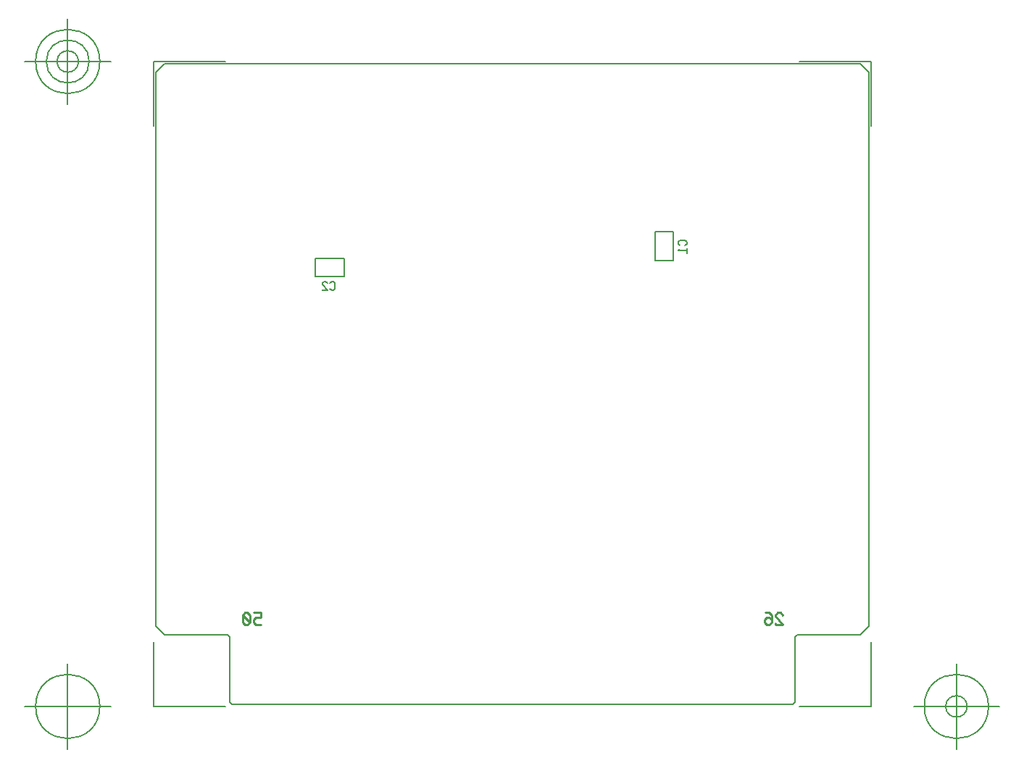
<source format=gbr>
G04 Generated by Ultiboard 14.0 *
%FSLAX34Y34*%
%MOMM*%

%ADD10C,0.0001*%
%ADD11C,0.1556*%
%ADD12C,0.2032*%
%ADD13C,0.2222*%
%ADD14C,0.1270*%


G04 ColorRGB FF14FF for the following layer *
%LNSilkscreen Bottom*%
%LPD*%
G54D10*
G54D11*
X811640Y595011D02*
X813640Y597002D01*
X813640Y598993D01*
X811640Y600984D01*
X805640Y600984D01*
X803640Y598993D01*
X803640Y597002D01*
X805640Y595011D01*
X805640Y591029D02*
X803640Y589038D01*
X813640Y589038D01*
X813640Y592024D02*
X813640Y586051D01*
X396891Y544720D02*
X398882Y542720D01*
X400873Y542720D01*
X402864Y544720D01*
X402864Y550720D01*
X400873Y552720D01*
X398882Y552720D01*
X396891Y550720D01*
X393904Y550720D02*
X391913Y552720D01*
X389922Y552720D01*
X387931Y550720D01*
X387931Y549720D01*
X393904Y542720D01*
X387931Y542720D01*
X387931Y543720D01*
G54D12*
X776817Y611293D02*
X776817Y577427D01*
X797983Y577427D02*
X797983Y611293D01*
X776817Y611293D01*
X776817Y577427D02*
X797983Y577427D01*
X413173Y579543D02*
X379307Y579543D01*
X379307Y558377D02*
X413173Y558377D01*
X413173Y579543D01*
X379307Y579543D02*
X379307Y558377D01*
G54D13*
X307544Y165671D02*
X316078Y165671D01*
X316078Y159957D01*
X310389Y159957D01*
X307544Y157100D01*
X307544Y154243D01*
X310389Y151386D01*
X316078Y151386D01*
X303278Y162814D02*
X300433Y165671D01*
X297589Y165671D01*
X294744Y162814D01*
X294744Y154243D01*
X297589Y151386D01*
X300433Y151386D01*
X303278Y154243D01*
X303278Y162814D01*
X294744Y162814D02*
X303278Y154243D01*
X925678Y162814D02*
X922833Y165671D01*
X919989Y165671D01*
X917144Y162814D01*
X917144Y161386D01*
X925678Y151386D01*
X917144Y151386D01*
X917144Y152814D01*
X905767Y165671D02*
X910033Y165671D01*
X912878Y162814D01*
X912878Y157100D01*
X912878Y154243D01*
X910033Y151386D01*
X907189Y151386D01*
X904344Y154243D01*
X904344Y157100D01*
X907189Y159957D01*
X910033Y159957D01*
X912878Y157100D01*
G54D14*
X190500Y55880D02*
X190500Y131318D01*
X190500Y55880D02*
X274320Y55880D01*
X1028700Y55880D02*
X944880Y55880D01*
X1028700Y55880D02*
X1028700Y131318D01*
X1028700Y810260D02*
X1028700Y734822D01*
X1028700Y810260D02*
X944880Y810260D01*
X190500Y810260D02*
X274320Y810260D01*
X190500Y810260D02*
X190500Y734822D01*
X140500Y55880D02*
X40500Y55880D01*
X90500Y5880D02*
X90500Y105880D01*
X53000Y55880D02*
G75*
D01*
G02X53000Y55880I37500J0*
G01*
X1078700Y55880D02*
X1178700Y55880D01*
X1128700Y5880D02*
X1128700Y105880D01*
X1091200Y55880D02*
G75*
D01*
G02X1091200Y55880I37500J0*
G01*
X1116200Y55880D02*
G75*
D01*
G02X1116200Y55880I12500J0*
G01*
X140500Y810260D02*
X40500Y810260D01*
X90500Y760260D02*
X90500Y860260D01*
X53000Y810260D02*
G75*
D01*
G02X53000Y810260I37500J0*
G01*
X65500Y810260D02*
G75*
D01*
G02X65500Y810260I25000J0*
G01*
X78000Y810260D02*
G75*
D01*
G02X78000Y810260I12500J0*
G01*
X281940Y58420D02*
X937260Y58420D01*
X279400Y137160D02*
X279400Y60960D01*
X939800Y60960D02*
X939800Y137160D01*
X276860Y139700D02*
X279400Y137160D01*
X279400Y60960D02*
X281940Y58420D01*
X937260Y58420D02*
X939800Y60960D01*
X939800Y137160D02*
X942340Y139700D01*
X1016000Y139700D02*
X1026160Y149860D01*
X942340Y139700D02*
X1016000Y139700D01*
X1026160Y797560D02*
X1016000Y807720D01*
X1026160Y149860D02*
X1026160Y797560D01*
X193040Y797560D02*
X193040Y149860D01*
X203200Y139700D01*
X203200Y807720D02*
X193040Y797560D01*
X203200Y139700D02*
X276860Y139700D01*
X1016000Y807720D02*
X203200Y807720D01*
X190500Y55880D02*
X190500Y131318D01*
X190500Y55880D02*
X274320Y55880D01*
X1028700Y55880D02*
X944880Y55880D01*
X1028700Y55880D02*
X1028700Y131318D01*
X1028700Y810260D02*
X1028700Y734822D01*
X1028700Y810260D02*
X944880Y810260D01*
X190500Y810260D02*
X274320Y810260D01*
X190500Y810260D02*
X190500Y734822D01*
X140500Y55880D02*
X40500Y55880D01*
X90500Y5880D02*
X90500Y105880D01*
X53000Y55880D02*
G75*
D01*
G02X53000Y55880I37500J0*
G01*
X1078700Y55880D02*
X1178700Y55880D01*
X1128700Y5880D02*
X1128700Y105880D01*
X1091200Y55880D02*
G75*
D01*
G02X1091200Y55880I37500J0*
G01*
X1116200Y55880D02*
G75*
D01*
G02X1116200Y55880I12500J0*
G01*
X140500Y810260D02*
X40500Y810260D01*
X90500Y760260D02*
X90500Y860260D01*
X53000Y810260D02*
G75*
D01*
G02X53000Y810260I37500J0*
G01*
X65500Y810260D02*
G75*
D01*
G02X65500Y810260I25000J0*
G01*
X78000Y810260D02*
G75*
D01*
G02X78000Y810260I12500J0*
G01*

M02*

</source>
